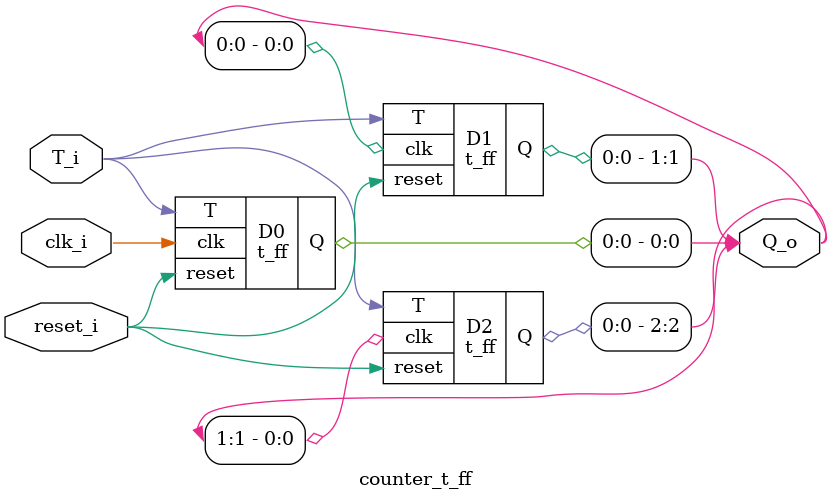
<source format=v>
`timescale 1ns/1ps

module t_ff (
  input wire clk,
  input wire reset,
  input wire T,
  output wire Q
  );
  
  reg q;
  assign Q = q;

  always @(negedge clk) begin 
    if(!reset) 
      q <= 1'b0;
    else begin 
      if(T == 1'b1) 
        q <= ~q;
      else
        q <= q;
    end
  end
endmodule


module counter_t_ff #(parameter N = 3)
	(input wire clk_i,
  input wire T_i,
  input wire reset_i,

  output wire [N - 1'b1:0] Q_o
  );

  t_ff D0(.clk(clk_i),.reset(reset_i),.T(T_i),.Q(Q_o[0]));
  t_ff D1(.clk(Q_o[0]),.reset(reset_i),.T(T_i),.Q(Q_o[1]));
  t_ff D2(.clk(Q_o[1]),.reset(reset_i),.T(T_i),.Q(Q_o[2]));

endmodule

</source>
